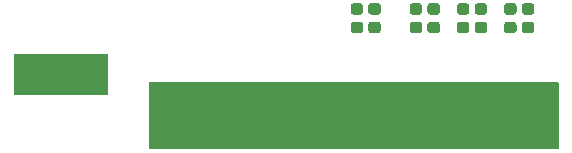
<source format=gbr>
G04 #@! TF.GenerationSoftware,KiCad,Pcbnew,8.0.4*
G04 #@! TF.CreationDate,2024-08-17T23:21:43-04:00*
G04 #@! TF.ProjectId,PCIexpress_x4_low,50434965-7870-4726-9573-735f78345f6c,rev?*
G04 #@! TF.SameCoordinates,Original*
G04 #@! TF.FileFunction,Soldermask,Bot*
G04 #@! TF.FilePolarity,Negative*
%FSLAX46Y46*%
G04 Gerber Fmt 4.6, Leading zero omitted, Abs format (unit mm)*
G04 Created by KiCad (PCBNEW 8.0.4) date 2024-08-17 23:21:43*
%MOMM*%
%LPD*%
G01*
G04 APERTURE LIST*
G04 APERTURE END LIST*
G36*
X143899854Y-188528075D02*
G01*
X143916572Y-188531629D01*
X143921249Y-188535027D01*
X143936717Y-188540053D01*
X143946276Y-188553210D01*
X143950956Y-188556610D01*
X143959504Y-188571416D01*
X143974861Y-188592553D01*
X143980000Y-188625000D01*
X143980000Y-194125000D01*
X143971922Y-194149860D01*
X143968370Y-194166572D01*
X143964973Y-194171246D01*
X143959947Y-194186717D01*
X143946787Y-194196277D01*
X143943389Y-194200956D01*
X143928586Y-194209501D01*
X143907447Y-194224861D01*
X143875000Y-194230000D01*
X143865163Y-194230000D01*
X109388139Y-194230000D01*
X109375000Y-194230000D01*
X109350141Y-194221922D01*
X109333427Y-194218370D01*
X109328751Y-194214972D01*
X109313283Y-194209947D01*
X109303723Y-194196789D01*
X109299043Y-194193389D01*
X109290493Y-194178580D01*
X109275139Y-194157447D01*
X109270000Y-194125000D01*
X109270000Y-188625000D01*
X109278075Y-188600147D01*
X109281629Y-188583427D01*
X109285027Y-188578748D01*
X109290053Y-188563283D01*
X109303208Y-188553724D01*
X109306610Y-188549043D01*
X109321423Y-188540490D01*
X109342553Y-188525139D01*
X109375000Y-188520000D01*
X143875000Y-188520000D01*
X143899854Y-188528075D01*
G37*
G36*
X105824056Y-186125000D02*
G01*
X105825000Y-186125000D01*
X105825000Y-186125406D01*
X105827890Y-186128742D01*
X105830000Y-186138437D01*
X105830000Y-189607026D01*
X105825000Y-189624053D01*
X105825000Y-189625000D01*
X105824593Y-189625000D01*
X105821257Y-189627890D01*
X105811562Y-189630000D01*
X97842973Y-189630000D01*
X97825946Y-189625000D01*
X97825000Y-189625000D01*
X97825000Y-189624594D01*
X97822109Y-189621257D01*
X97820000Y-189611562D01*
X97820000Y-186142973D01*
X97825000Y-186125942D01*
X97825000Y-186125000D01*
X97825405Y-186125000D01*
X97828742Y-186122109D01*
X97838438Y-186120000D01*
X105807027Y-186120000D01*
X105824056Y-186125000D01*
G37*
G36*
X127169694Y-183431646D02*
G01*
X127214126Y-183438684D01*
X127219923Y-183441637D01*
X127234479Y-183444533D01*
X127262973Y-183463572D01*
X127288887Y-183476776D01*
X127301278Y-183489167D01*
X127321992Y-183503008D01*
X127335832Y-183523721D01*
X127348223Y-183536112D01*
X127361425Y-183562023D01*
X127380467Y-183590521D01*
X127383362Y-183605078D01*
X127386315Y-183610873D01*
X127393349Y-183655284D01*
X127401000Y-183693750D01*
X127401000Y-184131250D01*
X127393348Y-184169718D01*
X127386315Y-184214126D01*
X127383362Y-184219919D01*
X127380467Y-184234479D01*
X127361423Y-184262979D01*
X127348223Y-184288887D01*
X127335834Y-184301275D01*
X127321992Y-184321992D01*
X127301275Y-184335834D01*
X127288887Y-184348223D01*
X127262979Y-184361423D01*
X127234479Y-184380467D01*
X127219919Y-184383362D01*
X127214126Y-184386315D01*
X127169718Y-184393348D01*
X127131250Y-184401000D01*
X126618750Y-184401000D01*
X126580284Y-184393349D01*
X126535873Y-184386315D01*
X126530078Y-184383362D01*
X126515521Y-184380467D01*
X126487023Y-184361425D01*
X126461112Y-184348223D01*
X126448721Y-184335832D01*
X126428008Y-184321992D01*
X126414167Y-184301278D01*
X126401776Y-184288887D01*
X126388572Y-184262973D01*
X126369533Y-184234479D01*
X126366637Y-184219923D01*
X126363684Y-184214126D01*
X126356646Y-184169694D01*
X126349000Y-184131250D01*
X126349000Y-183693750D01*
X126356646Y-183655309D01*
X126363684Y-183610873D01*
X126366638Y-183605075D01*
X126369533Y-183590521D01*
X126388570Y-183562029D01*
X126401776Y-183536112D01*
X126414169Y-183523718D01*
X126428008Y-183503008D01*
X126448718Y-183489169D01*
X126461112Y-183476776D01*
X126487029Y-183463570D01*
X126515521Y-183444533D01*
X126530075Y-183441638D01*
X126535873Y-183438684D01*
X126580309Y-183431646D01*
X126618750Y-183424000D01*
X127131250Y-183424000D01*
X127169694Y-183431646D01*
G37*
G36*
X128669694Y-183431646D02*
G01*
X128714126Y-183438684D01*
X128719923Y-183441637D01*
X128734479Y-183444533D01*
X128762973Y-183463572D01*
X128788887Y-183476776D01*
X128801278Y-183489167D01*
X128821992Y-183503008D01*
X128835832Y-183523721D01*
X128848223Y-183536112D01*
X128861425Y-183562023D01*
X128880467Y-183590521D01*
X128883362Y-183605078D01*
X128886315Y-183610873D01*
X128893349Y-183655284D01*
X128901000Y-183693750D01*
X128901000Y-184131250D01*
X128893348Y-184169718D01*
X128886315Y-184214126D01*
X128883362Y-184219919D01*
X128880467Y-184234479D01*
X128861423Y-184262979D01*
X128848223Y-184288887D01*
X128835834Y-184301275D01*
X128821992Y-184321992D01*
X128801275Y-184335834D01*
X128788887Y-184348223D01*
X128762979Y-184361423D01*
X128734479Y-184380467D01*
X128719919Y-184383362D01*
X128714126Y-184386315D01*
X128669718Y-184393348D01*
X128631250Y-184401000D01*
X128118750Y-184401000D01*
X128080284Y-184393349D01*
X128035873Y-184386315D01*
X128030078Y-184383362D01*
X128015521Y-184380467D01*
X127987023Y-184361425D01*
X127961112Y-184348223D01*
X127948721Y-184335832D01*
X127928008Y-184321992D01*
X127914167Y-184301278D01*
X127901776Y-184288887D01*
X127888572Y-184262973D01*
X127869533Y-184234479D01*
X127866637Y-184219923D01*
X127863684Y-184214126D01*
X127856646Y-184169694D01*
X127849000Y-184131250D01*
X127849000Y-183693750D01*
X127856646Y-183655309D01*
X127863684Y-183610873D01*
X127866638Y-183605075D01*
X127869533Y-183590521D01*
X127888570Y-183562029D01*
X127901776Y-183536112D01*
X127914169Y-183523718D01*
X127928008Y-183503008D01*
X127948718Y-183489169D01*
X127961112Y-183476776D01*
X127987029Y-183463570D01*
X128015521Y-183444533D01*
X128030075Y-183441638D01*
X128035873Y-183438684D01*
X128080309Y-183431646D01*
X128118750Y-183424000D01*
X128631250Y-183424000D01*
X128669694Y-183431646D01*
G37*
G36*
X132169694Y-183431646D02*
G01*
X132214126Y-183438684D01*
X132219923Y-183441637D01*
X132234479Y-183444533D01*
X132262973Y-183463572D01*
X132288887Y-183476776D01*
X132301278Y-183489167D01*
X132321992Y-183503008D01*
X132335832Y-183523721D01*
X132348223Y-183536112D01*
X132361425Y-183562023D01*
X132380467Y-183590521D01*
X132383362Y-183605078D01*
X132386315Y-183610873D01*
X132393349Y-183655284D01*
X132401000Y-183693750D01*
X132401000Y-184131250D01*
X132393348Y-184169718D01*
X132386315Y-184214126D01*
X132383362Y-184219919D01*
X132380467Y-184234479D01*
X132361423Y-184262979D01*
X132348223Y-184288887D01*
X132335834Y-184301275D01*
X132321992Y-184321992D01*
X132301275Y-184335834D01*
X132288887Y-184348223D01*
X132262979Y-184361423D01*
X132234479Y-184380467D01*
X132219919Y-184383362D01*
X132214126Y-184386315D01*
X132169718Y-184393348D01*
X132131250Y-184401000D01*
X131618750Y-184401000D01*
X131580284Y-184393349D01*
X131535873Y-184386315D01*
X131530078Y-184383362D01*
X131515521Y-184380467D01*
X131487023Y-184361425D01*
X131461112Y-184348223D01*
X131448721Y-184335832D01*
X131428008Y-184321992D01*
X131414167Y-184301278D01*
X131401776Y-184288887D01*
X131388572Y-184262973D01*
X131369533Y-184234479D01*
X131366637Y-184219923D01*
X131363684Y-184214126D01*
X131356646Y-184169694D01*
X131349000Y-184131250D01*
X131349000Y-183693750D01*
X131356646Y-183655309D01*
X131363684Y-183610873D01*
X131366638Y-183605075D01*
X131369533Y-183590521D01*
X131388570Y-183562029D01*
X131401776Y-183536112D01*
X131414169Y-183523718D01*
X131428008Y-183503008D01*
X131448718Y-183489169D01*
X131461112Y-183476776D01*
X131487029Y-183463570D01*
X131515521Y-183444533D01*
X131530075Y-183441638D01*
X131535873Y-183438684D01*
X131580309Y-183431646D01*
X131618750Y-183424000D01*
X132131250Y-183424000D01*
X132169694Y-183431646D01*
G37*
G36*
X133669694Y-183431646D02*
G01*
X133714126Y-183438684D01*
X133719923Y-183441637D01*
X133734479Y-183444533D01*
X133762973Y-183463572D01*
X133788887Y-183476776D01*
X133801278Y-183489167D01*
X133821992Y-183503008D01*
X133835832Y-183523721D01*
X133848223Y-183536112D01*
X133861425Y-183562023D01*
X133880467Y-183590521D01*
X133883362Y-183605078D01*
X133886315Y-183610873D01*
X133893349Y-183655284D01*
X133901000Y-183693750D01*
X133901000Y-184131250D01*
X133893348Y-184169718D01*
X133886315Y-184214126D01*
X133883362Y-184219919D01*
X133880467Y-184234479D01*
X133861423Y-184262979D01*
X133848223Y-184288887D01*
X133835834Y-184301275D01*
X133821992Y-184321992D01*
X133801275Y-184335834D01*
X133788887Y-184348223D01*
X133762979Y-184361423D01*
X133734479Y-184380467D01*
X133719919Y-184383362D01*
X133714126Y-184386315D01*
X133669718Y-184393348D01*
X133631250Y-184401000D01*
X133118750Y-184401000D01*
X133080284Y-184393349D01*
X133035873Y-184386315D01*
X133030078Y-184383362D01*
X133015521Y-184380467D01*
X132987023Y-184361425D01*
X132961112Y-184348223D01*
X132948721Y-184335832D01*
X132928008Y-184321992D01*
X132914167Y-184301278D01*
X132901776Y-184288887D01*
X132888572Y-184262973D01*
X132869533Y-184234479D01*
X132866637Y-184219923D01*
X132863684Y-184214126D01*
X132856646Y-184169694D01*
X132849000Y-184131250D01*
X132849000Y-183693750D01*
X132856646Y-183655309D01*
X132863684Y-183610873D01*
X132866638Y-183605075D01*
X132869533Y-183590521D01*
X132888570Y-183562029D01*
X132901776Y-183536112D01*
X132914169Y-183523718D01*
X132928008Y-183503008D01*
X132948718Y-183489169D01*
X132961112Y-183476776D01*
X132987029Y-183463570D01*
X133015521Y-183444533D01*
X133030075Y-183441638D01*
X133035873Y-183438684D01*
X133080309Y-183431646D01*
X133118750Y-183424000D01*
X133631250Y-183424000D01*
X133669694Y-183431646D01*
G37*
G36*
X136169694Y-183431646D02*
G01*
X136214126Y-183438684D01*
X136219923Y-183441637D01*
X136234479Y-183444533D01*
X136262973Y-183463572D01*
X136288887Y-183476776D01*
X136301278Y-183489167D01*
X136321992Y-183503008D01*
X136335832Y-183523721D01*
X136348223Y-183536112D01*
X136361425Y-183562023D01*
X136380467Y-183590521D01*
X136383362Y-183605078D01*
X136386315Y-183610873D01*
X136393349Y-183655284D01*
X136401000Y-183693750D01*
X136401000Y-184131250D01*
X136393348Y-184169718D01*
X136386315Y-184214126D01*
X136383362Y-184219919D01*
X136380467Y-184234479D01*
X136361423Y-184262979D01*
X136348223Y-184288887D01*
X136335834Y-184301275D01*
X136321992Y-184321992D01*
X136301275Y-184335834D01*
X136288887Y-184348223D01*
X136262979Y-184361423D01*
X136234479Y-184380467D01*
X136219919Y-184383362D01*
X136214126Y-184386315D01*
X136169718Y-184393348D01*
X136131250Y-184401000D01*
X135618750Y-184401000D01*
X135580284Y-184393349D01*
X135535873Y-184386315D01*
X135530078Y-184383362D01*
X135515521Y-184380467D01*
X135487023Y-184361425D01*
X135461112Y-184348223D01*
X135448721Y-184335832D01*
X135428008Y-184321992D01*
X135414167Y-184301278D01*
X135401776Y-184288887D01*
X135388572Y-184262973D01*
X135369533Y-184234479D01*
X135366637Y-184219923D01*
X135363684Y-184214126D01*
X135356646Y-184169694D01*
X135349000Y-184131250D01*
X135349000Y-183693750D01*
X135356646Y-183655309D01*
X135363684Y-183610873D01*
X135366638Y-183605075D01*
X135369533Y-183590521D01*
X135388570Y-183562029D01*
X135401776Y-183536112D01*
X135414169Y-183523718D01*
X135428008Y-183503008D01*
X135448718Y-183489169D01*
X135461112Y-183476776D01*
X135487029Y-183463570D01*
X135515521Y-183444533D01*
X135530075Y-183441638D01*
X135535873Y-183438684D01*
X135580309Y-183431646D01*
X135618750Y-183424000D01*
X136131250Y-183424000D01*
X136169694Y-183431646D01*
G37*
G36*
X137669694Y-183431646D02*
G01*
X137714126Y-183438684D01*
X137719923Y-183441637D01*
X137734479Y-183444533D01*
X137762973Y-183463572D01*
X137788887Y-183476776D01*
X137801278Y-183489167D01*
X137821992Y-183503008D01*
X137835832Y-183523721D01*
X137848223Y-183536112D01*
X137861425Y-183562023D01*
X137880467Y-183590521D01*
X137883362Y-183605078D01*
X137886315Y-183610873D01*
X137893349Y-183655284D01*
X137901000Y-183693750D01*
X137901000Y-184131250D01*
X137893348Y-184169718D01*
X137886315Y-184214126D01*
X137883362Y-184219919D01*
X137880467Y-184234479D01*
X137861423Y-184262979D01*
X137848223Y-184288887D01*
X137835834Y-184301275D01*
X137821992Y-184321992D01*
X137801275Y-184335834D01*
X137788887Y-184348223D01*
X137762979Y-184361423D01*
X137734479Y-184380467D01*
X137719919Y-184383362D01*
X137714126Y-184386315D01*
X137669718Y-184393348D01*
X137631250Y-184401000D01*
X137118750Y-184401000D01*
X137080284Y-184393349D01*
X137035873Y-184386315D01*
X137030078Y-184383362D01*
X137015521Y-184380467D01*
X136987023Y-184361425D01*
X136961112Y-184348223D01*
X136948721Y-184335832D01*
X136928008Y-184321992D01*
X136914167Y-184301278D01*
X136901776Y-184288887D01*
X136888572Y-184262973D01*
X136869533Y-184234479D01*
X136866637Y-184219923D01*
X136863684Y-184214126D01*
X136856646Y-184169694D01*
X136849000Y-184131250D01*
X136849000Y-183693750D01*
X136856646Y-183655309D01*
X136863684Y-183610873D01*
X136866638Y-183605075D01*
X136869533Y-183590521D01*
X136888570Y-183562029D01*
X136901776Y-183536112D01*
X136914169Y-183523718D01*
X136928008Y-183503008D01*
X136948718Y-183489169D01*
X136961112Y-183476776D01*
X136987029Y-183463570D01*
X137015521Y-183444533D01*
X137030075Y-183441638D01*
X137035873Y-183438684D01*
X137080309Y-183431646D01*
X137118750Y-183424000D01*
X137631250Y-183424000D01*
X137669694Y-183431646D01*
G37*
G36*
X140169694Y-183431646D02*
G01*
X140214126Y-183438684D01*
X140219923Y-183441637D01*
X140234479Y-183444533D01*
X140262973Y-183463572D01*
X140288887Y-183476776D01*
X140301278Y-183489167D01*
X140321992Y-183503008D01*
X140335832Y-183523721D01*
X140348223Y-183536112D01*
X140361425Y-183562023D01*
X140380467Y-183590521D01*
X140383362Y-183605078D01*
X140386315Y-183610873D01*
X140393349Y-183655284D01*
X140401000Y-183693750D01*
X140401000Y-184131250D01*
X140393348Y-184169718D01*
X140386315Y-184214126D01*
X140383362Y-184219919D01*
X140380467Y-184234479D01*
X140361423Y-184262979D01*
X140348223Y-184288887D01*
X140335834Y-184301275D01*
X140321992Y-184321992D01*
X140301275Y-184335834D01*
X140288887Y-184348223D01*
X140262979Y-184361423D01*
X140234479Y-184380467D01*
X140219919Y-184383362D01*
X140214126Y-184386315D01*
X140169718Y-184393348D01*
X140131250Y-184401000D01*
X139618750Y-184401000D01*
X139580284Y-184393349D01*
X139535873Y-184386315D01*
X139530078Y-184383362D01*
X139515521Y-184380467D01*
X139487023Y-184361425D01*
X139461112Y-184348223D01*
X139448721Y-184335832D01*
X139428008Y-184321992D01*
X139414167Y-184301278D01*
X139401776Y-184288887D01*
X139388572Y-184262973D01*
X139369533Y-184234479D01*
X139366637Y-184219923D01*
X139363684Y-184214126D01*
X139356646Y-184169694D01*
X139349000Y-184131250D01*
X139349000Y-183693750D01*
X139356646Y-183655309D01*
X139363684Y-183610873D01*
X139366638Y-183605075D01*
X139369533Y-183590521D01*
X139388570Y-183562029D01*
X139401776Y-183536112D01*
X139414169Y-183523718D01*
X139428008Y-183503008D01*
X139448718Y-183489169D01*
X139461112Y-183476776D01*
X139487029Y-183463570D01*
X139515521Y-183444533D01*
X139530075Y-183441638D01*
X139535873Y-183438684D01*
X139580309Y-183431646D01*
X139618750Y-183424000D01*
X140131250Y-183424000D01*
X140169694Y-183431646D01*
G37*
G36*
X141669694Y-183431646D02*
G01*
X141714126Y-183438684D01*
X141719923Y-183441637D01*
X141734479Y-183444533D01*
X141762973Y-183463572D01*
X141788887Y-183476776D01*
X141801278Y-183489167D01*
X141821992Y-183503008D01*
X141835832Y-183523721D01*
X141848223Y-183536112D01*
X141861425Y-183562023D01*
X141880467Y-183590521D01*
X141883362Y-183605078D01*
X141886315Y-183610873D01*
X141893349Y-183655284D01*
X141901000Y-183693750D01*
X141901000Y-184131250D01*
X141893348Y-184169718D01*
X141886315Y-184214126D01*
X141883362Y-184219919D01*
X141880467Y-184234479D01*
X141861423Y-184262979D01*
X141848223Y-184288887D01*
X141835834Y-184301275D01*
X141821992Y-184321992D01*
X141801275Y-184335834D01*
X141788887Y-184348223D01*
X141762979Y-184361423D01*
X141734479Y-184380467D01*
X141719919Y-184383362D01*
X141714126Y-184386315D01*
X141669718Y-184393348D01*
X141631250Y-184401000D01*
X141118750Y-184401000D01*
X141080284Y-184393349D01*
X141035873Y-184386315D01*
X141030078Y-184383362D01*
X141015521Y-184380467D01*
X140987023Y-184361425D01*
X140961112Y-184348223D01*
X140948721Y-184335832D01*
X140928008Y-184321992D01*
X140914167Y-184301278D01*
X140901776Y-184288887D01*
X140888572Y-184262973D01*
X140869533Y-184234479D01*
X140866637Y-184219923D01*
X140863684Y-184214126D01*
X140856646Y-184169694D01*
X140849000Y-184131250D01*
X140849000Y-183693750D01*
X140856646Y-183655309D01*
X140863684Y-183610873D01*
X140866638Y-183605075D01*
X140869533Y-183590521D01*
X140888570Y-183562029D01*
X140901776Y-183536112D01*
X140914169Y-183523718D01*
X140928008Y-183503008D01*
X140948718Y-183489169D01*
X140961112Y-183476776D01*
X140987029Y-183463570D01*
X141015521Y-183444533D01*
X141030075Y-183441638D01*
X141035873Y-183438684D01*
X141080309Y-183431646D01*
X141118750Y-183424000D01*
X141631250Y-183424000D01*
X141669694Y-183431646D01*
G37*
G36*
X127169694Y-181856646D02*
G01*
X127214126Y-181863684D01*
X127219923Y-181866637D01*
X127234479Y-181869533D01*
X127262973Y-181888572D01*
X127288887Y-181901776D01*
X127301278Y-181914167D01*
X127321992Y-181928008D01*
X127335832Y-181948721D01*
X127348223Y-181961112D01*
X127361425Y-181987023D01*
X127380467Y-182015521D01*
X127383362Y-182030078D01*
X127386315Y-182035873D01*
X127393349Y-182080284D01*
X127401000Y-182118750D01*
X127401000Y-182556250D01*
X127393348Y-182594718D01*
X127386315Y-182639126D01*
X127383362Y-182644919D01*
X127380467Y-182659479D01*
X127361423Y-182687979D01*
X127348223Y-182713887D01*
X127335834Y-182726275D01*
X127321992Y-182746992D01*
X127301275Y-182760834D01*
X127288887Y-182773223D01*
X127262979Y-182786423D01*
X127234479Y-182805467D01*
X127219919Y-182808362D01*
X127214126Y-182811315D01*
X127169718Y-182818348D01*
X127131250Y-182826000D01*
X126618750Y-182826000D01*
X126580284Y-182818349D01*
X126535873Y-182811315D01*
X126530078Y-182808362D01*
X126515521Y-182805467D01*
X126487023Y-182786425D01*
X126461112Y-182773223D01*
X126448721Y-182760832D01*
X126428008Y-182746992D01*
X126414167Y-182726278D01*
X126401776Y-182713887D01*
X126388572Y-182687973D01*
X126369533Y-182659479D01*
X126366637Y-182644923D01*
X126363684Y-182639126D01*
X126356646Y-182594694D01*
X126349000Y-182556250D01*
X126349000Y-182118750D01*
X126356646Y-182080309D01*
X126363684Y-182035873D01*
X126366638Y-182030075D01*
X126369533Y-182015521D01*
X126388570Y-181987029D01*
X126401776Y-181961112D01*
X126414169Y-181948718D01*
X126428008Y-181928008D01*
X126448718Y-181914169D01*
X126461112Y-181901776D01*
X126487029Y-181888570D01*
X126515521Y-181869533D01*
X126530075Y-181866638D01*
X126535873Y-181863684D01*
X126580309Y-181856646D01*
X126618750Y-181849000D01*
X127131250Y-181849000D01*
X127169694Y-181856646D01*
G37*
G36*
X128669694Y-181856646D02*
G01*
X128714126Y-181863684D01*
X128719923Y-181866637D01*
X128734479Y-181869533D01*
X128762973Y-181888572D01*
X128788887Y-181901776D01*
X128801278Y-181914167D01*
X128821992Y-181928008D01*
X128835832Y-181948721D01*
X128848223Y-181961112D01*
X128861425Y-181987023D01*
X128880467Y-182015521D01*
X128883362Y-182030078D01*
X128886315Y-182035873D01*
X128893349Y-182080284D01*
X128901000Y-182118750D01*
X128901000Y-182556250D01*
X128893348Y-182594718D01*
X128886315Y-182639126D01*
X128883362Y-182644919D01*
X128880467Y-182659479D01*
X128861423Y-182687979D01*
X128848223Y-182713887D01*
X128835834Y-182726275D01*
X128821992Y-182746992D01*
X128801275Y-182760834D01*
X128788887Y-182773223D01*
X128762979Y-182786423D01*
X128734479Y-182805467D01*
X128719919Y-182808362D01*
X128714126Y-182811315D01*
X128669718Y-182818348D01*
X128631250Y-182826000D01*
X128118750Y-182826000D01*
X128080284Y-182818349D01*
X128035873Y-182811315D01*
X128030078Y-182808362D01*
X128015521Y-182805467D01*
X127987023Y-182786425D01*
X127961112Y-182773223D01*
X127948721Y-182760832D01*
X127928008Y-182746992D01*
X127914167Y-182726278D01*
X127901776Y-182713887D01*
X127888572Y-182687973D01*
X127869533Y-182659479D01*
X127866637Y-182644923D01*
X127863684Y-182639126D01*
X127856646Y-182594694D01*
X127849000Y-182556250D01*
X127849000Y-182118750D01*
X127856646Y-182080309D01*
X127863684Y-182035873D01*
X127866638Y-182030075D01*
X127869533Y-182015521D01*
X127888570Y-181987029D01*
X127901776Y-181961112D01*
X127914169Y-181948718D01*
X127928008Y-181928008D01*
X127948718Y-181914169D01*
X127961112Y-181901776D01*
X127987029Y-181888570D01*
X128015521Y-181869533D01*
X128030075Y-181866638D01*
X128035873Y-181863684D01*
X128080309Y-181856646D01*
X128118750Y-181849000D01*
X128631250Y-181849000D01*
X128669694Y-181856646D01*
G37*
G36*
X132169694Y-181856646D02*
G01*
X132214126Y-181863684D01*
X132219923Y-181866637D01*
X132234479Y-181869533D01*
X132262973Y-181888572D01*
X132288887Y-181901776D01*
X132301278Y-181914167D01*
X132321992Y-181928008D01*
X132335832Y-181948721D01*
X132348223Y-181961112D01*
X132361425Y-181987023D01*
X132380467Y-182015521D01*
X132383362Y-182030078D01*
X132386315Y-182035873D01*
X132393349Y-182080284D01*
X132401000Y-182118750D01*
X132401000Y-182556250D01*
X132393348Y-182594718D01*
X132386315Y-182639126D01*
X132383362Y-182644919D01*
X132380467Y-182659479D01*
X132361423Y-182687979D01*
X132348223Y-182713887D01*
X132335834Y-182726275D01*
X132321992Y-182746992D01*
X132301275Y-182760834D01*
X132288887Y-182773223D01*
X132262979Y-182786423D01*
X132234479Y-182805467D01*
X132219919Y-182808362D01*
X132214126Y-182811315D01*
X132169718Y-182818348D01*
X132131250Y-182826000D01*
X131618750Y-182826000D01*
X131580284Y-182818349D01*
X131535873Y-182811315D01*
X131530078Y-182808362D01*
X131515521Y-182805467D01*
X131487023Y-182786425D01*
X131461112Y-182773223D01*
X131448721Y-182760832D01*
X131428008Y-182746992D01*
X131414167Y-182726278D01*
X131401776Y-182713887D01*
X131388572Y-182687973D01*
X131369533Y-182659479D01*
X131366637Y-182644923D01*
X131363684Y-182639126D01*
X131356646Y-182594694D01*
X131349000Y-182556250D01*
X131349000Y-182118750D01*
X131356646Y-182080309D01*
X131363684Y-182035873D01*
X131366638Y-182030075D01*
X131369533Y-182015521D01*
X131388570Y-181987029D01*
X131401776Y-181961112D01*
X131414169Y-181948718D01*
X131428008Y-181928008D01*
X131448718Y-181914169D01*
X131461112Y-181901776D01*
X131487029Y-181888570D01*
X131515521Y-181869533D01*
X131530075Y-181866638D01*
X131535873Y-181863684D01*
X131580309Y-181856646D01*
X131618750Y-181849000D01*
X132131250Y-181849000D01*
X132169694Y-181856646D01*
G37*
G36*
X133669694Y-181856646D02*
G01*
X133714126Y-181863684D01*
X133719923Y-181866637D01*
X133734479Y-181869533D01*
X133762973Y-181888572D01*
X133788887Y-181901776D01*
X133801278Y-181914167D01*
X133821992Y-181928008D01*
X133835832Y-181948721D01*
X133848223Y-181961112D01*
X133861425Y-181987023D01*
X133880467Y-182015521D01*
X133883362Y-182030078D01*
X133886315Y-182035873D01*
X133893349Y-182080284D01*
X133901000Y-182118750D01*
X133901000Y-182556250D01*
X133893348Y-182594718D01*
X133886315Y-182639126D01*
X133883362Y-182644919D01*
X133880467Y-182659479D01*
X133861423Y-182687979D01*
X133848223Y-182713887D01*
X133835834Y-182726275D01*
X133821992Y-182746992D01*
X133801275Y-182760834D01*
X133788887Y-182773223D01*
X133762979Y-182786423D01*
X133734479Y-182805467D01*
X133719919Y-182808362D01*
X133714126Y-182811315D01*
X133669718Y-182818348D01*
X133631250Y-182826000D01*
X133118750Y-182826000D01*
X133080284Y-182818349D01*
X133035873Y-182811315D01*
X133030078Y-182808362D01*
X133015521Y-182805467D01*
X132987023Y-182786425D01*
X132961112Y-182773223D01*
X132948721Y-182760832D01*
X132928008Y-182746992D01*
X132914167Y-182726278D01*
X132901776Y-182713887D01*
X132888572Y-182687973D01*
X132869533Y-182659479D01*
X132866637Y-182644923D01*
X132863684Y-182639126D01*
X132856646Y-182594694D01*
X132849000Y-182556250D01*
X132849000Y-182118750D01*
X132856646Y-182080309D01*
X132863684Y-182035873D01*
X132866638Y-182030075D01*
X132869533Y-182015521D01*
X132888570Y-181987029D01*
X132901776Y-181961112D01*
X132914169Y-181948718D01*
X132928008Y-181928008D01*
X132948718Y-181914169D01*
X132961112Y-181901776D01*
X132987029Y-181888570D01*
X133015521Y-181869533D01*
X133030075Y-181866638D01*
X133035873Y-181863684D01*
X133080309Y-181856646D01*
X133118750Y-181849000D01*
X133631250Y-181849000D01*
X133669694Y-181856646D01*
G37*
G36*
X136169694Y-181856646D02*
G01*
X136214126Y-181863684D01*
X136219923Y-181866637D01*
X136234479Y-181869533D01*
X136262973Y-181888572D01*
X136288887Y-181901776D01*
X136301278Y-181914167D01*
X136321992Y-181928008D01*
X136335832Y-181948721D01*
X136348223Y-181961112D01*
X136361425Y-181987023D01*
X136380467Y-182015521D01*
X136383362Y-182030078D01*
X136386315Y-182035873D01*
X136393349Y-182080284D01*
X136401000Y-182118750D01*
X136401000Y-182556250D01*
X136393348Y-182594718D01*
X136386315Y-182639126D01*
X136383362Y-182644919D01*
X136380467Y-182659479D01*
X136361423Y-182687979D01*
X136348223Y-182713887D01*
X136335834Y-182726275D01*
X136321992Y-182746992D01*
X136301275Y-182760834D01*
X136288887Y-182773223D01*
X136262979Y-182786423D01*
X136234479Y-182805467D01*
X136219919Y-182808362D01*
X136214126Y-182811315D01*
X136169718Y-182818348D01*
X136131250Y-182826000D01*
X135618750Y-182826000D01*
X135580284Y-182818349D01*
X135535873Y-182811315D01*
X135530078Y-182808362D01*
X135515521Y-182805467D01*
X135487023Y-182786425D01*
X135461112Y-182773223D01*
X135448721Y-182760832D01*
X135428008Y-182746992D01*
X135414167Y-182726278D01*
X135401776Y-182713887D01*
X135388572Y-182687973D01*
X135369533Y-182659479D01*
X135366637Y-182644923D01*
X135363684Y-182639126D01*
X135356646Y-182594694D01*
X135349000Y-182556250D01*
X135349000Y-182118750D01*
X135356646Y-182080309D01*
X135363684Y-182035873D01*
X135366638Y-182030075D01*
X135369533Y-182015521D01*
X135388570Y-181987029D01*
X135401776Y-181961112D01*
X135414169Y-181948718D01*
X135428008Y-181928008D01*
X135448718Y-181914169D01*
X135461112Y-181901776D01*
X135487029Y-181888570D01*
X135515521Y-181869533D01*
X135530075Y-181866638D01*
X135535873Y-181863684D01*
X135580309Y-181856646D01*
X135618750Y-181849000D01*
X136131250Y-181849000D01*
X136169694Y-181856646D01*
G37*
G36*
X137669694Y-181856646D02*
G01*
X137714126Y-181863684D01*
X137719923Y-181866637D01*
X137734479Y-181869533D01*
X137762973Y-181888572D01*
X137788887Y-181901776D01*
X137801278Y-181914167D01*
X137821992Y-181928008D01*
X137835832Y-181948721D01*
X137848223Y-181961112D01*
X137861425Y-181987023D01*
X137880467Y-182015521D01*
X137883362Y-182030078D01*
X137886315Y-182035873D01*
X137893349Y-182080284D01*
X137901000Y-182118750D01*
X137901000Y-182556250D01*
X137893348Y-182594718D01*
X137886315Y-182639126D01*
X137883362Y-182644919D01*
X137880467Y-182659479D01*
X137861423Y-182687979D01*
X137848223Y-182713887D01*
X137835834Y-182726275D01*
X137821992Y-182746992D01*
X137801275Y-182760834D01*
X137788887Y-182773223D01*
X137762979Y-182786423D01*
X137734479Y-182805467D01*
X137719919Y-182808362D01*
X137714126Y-182811315D01*
X137669718Y-182818348D01*
X137631250Y-182826000D01*
X137118750Y-182826000D01*
X137080284Y-182818349D01*
X137035873Y-182811315D01*
X137030078Y-182808362D01*
X137015521Y-182805467D01*
X136987023Y-182786425D01*
X136961112Y-182773223D01*
X136948721Y-182760832D01*
X136928008Y-182746992D01*
X136914167Y-182726278D01*
X136901776Y-182713887D01*
X136888572Y-182687973D01*
X136869533Y-182659479D01*
X136866637Y-182644923D01*
X136863684Y-182639126D01*
X136856646Y-182594694D01*
X136849000Y-182556250D01*
X136849000Y-182118750D01*
X136856646Y-182080309D01*
X136863684Y-182035873D01*
X136866638Y-182030075D01*
X136869533Y-182015521D01*
X136888570Y-181987029D01*
X136901776Y-181961112D01*
X136914169Y-181948718D01*
X136928008Y-181928008D01*
X136948718Y-181914169D01*
X136961112Y-181901776D01*
X136987029Y-181888570D01*
X137015521Y-181869533D01*
X137030075Y-181866638D01*
X137035873Y-181863684D01*
X137080309Y-181856646D01*
X137118750Y-181849000D01*
X137631250Y-181849000D01*
X137669694Y-181856646D01*
G37*
G36*
X140169694Y-181856646D02*
G01*
X140214126Y-181863684D01*
X140219923Y-181866637D01*
X140234479Y-181869533D01*
X140262973Y-181888572D01*
X140288887Y-181901776D01*
X140301278Y-181914167D01*
X140321992Y-181928008D01*
X140335832Y-181948721D01*
X140348223Y-181961112D01*
X140361425Y-181987023D01*
X140380467Y-182015521D01*
X140383362Y-182030078D01*
X140386315Y-182035873D01*
X140393349Y-182080284D01*
X140401000Y-182118750D01*
X140401000Y-182556250D01*
X140393348Y-182594718D01*
X140386315Y-182639126D01*
X140383362Y-182644919D01*
X140380467Y-182659479D01*
X140361423Y-182687979D01*
X140348223Y-182713887D01*
X140335834Y-182726275D01*
X140321992Y-182746992D01*
X140301275Y-182760834D01*
X140288887Y-182773223D01*
X140262979Y-182786423D01*
X140234479Y-182805467D01*
X140219919Y-182808362D01*
X140214126Y-182811315D01*
X140169718Y-182818348D01*
X140131250Y-182826000D01*
X139618750Y-182826000D01*
X139580284Y-182818349D01*
X139535873Y-182811315D01*
X139530078Y-182808362D01*
X139515521Y-182805467D01*
X139487023Y-182786425D01*
X139461112Y-182773223D01*
X139448721Y-182760832D01*
X139428008Y-182746992D01*
X139414167Y-182726278D01*
X139401776Y-182713887D01*
X139388572Y-182687973D01*
X139369533Y-182659479D01*
X139366637Y-182644923D01*
X139363684Y-182639126D01*
X139356646Y-182594694D01*
X139349000Y-182556250D01*
X139349000Y-182118750D01*
X139356646Y-182080309D01*
X139363684Y-182035873D01*
X139366638Y-182030075D01*
X139369533Y-182015521D01*
X139388570Y-181987029D01*
X139401776Y-181961112D01*
X139414169Y-181948718D01*
X139428008Y-181928008D01*
X139448718Y-181914169D01*
X139461112Y-181901776D01*
X139487029Y-181888570D01*
X139515521Y-181869533D01*
X139530075Y-181866638D01*
X139535873Y-181863684D01*
X139580309Y-181856646D01*
X139618750Y-181849000D01*
X140131250Y-181849000D01*
X140169694Y-181856646D01*
G37*
G36*
X141669694Y-181856646D02*
G01*
X141714126Y-181863684D01*
X141719923Y-181866637D01*
X141734479Y-181869533D01*
X141762973Y-181888572D01*
X141788887Y-181901776D01*
X141801278Y-181914167D01*
X141821992Y-181928008D01*
X141835832Y-181948721D01*
X141848223Y-181961112D01*
X141861425Y-181987023D01*
X141880467Y-182015521D01*
X141883362Y-182030078D01*
X141886315Y-182035873D01*
X141893349Y-182080284D01*
X141901000Y-182118750D01*
X141901000Y-182556250D01*
X141893348Y-182594718D01*
X141886315Y-182639126D01*
X141883362Y-182644919D01*
X141880467Y-182659479D01*
X141861423Y-182687979D01*
X141848223Y-182713887D01*
X141835834Y-182726275D01*
X141821992Y-182746992D01*
X141801275Y-182760834D01*
X141788887Y-182773223D01*
X141762979Y-182786423D01*
X141734479Y-182805467D01*
X141719919Y-182808362D01*
X141714126Y-182811315D01*
X141669718Y-182818348D01*
X141631250Y-182826000D01*
X141118750Y-182826000D01*
X141080284Y-182818349D01*
X141035873Y-182811315D01*
X141030078Y-182808362D01*
X141015521Y-182805467D01*
X140987023Y-182786425D01*
X140961112Y-182773223D01*
X140948721Y-182760832D01*
X140928008Y-182746992D01*
X140914167Y-182726278D01*
X140901776Y-182713887D01*
X140888572Y-182687973D01*
X140869533Y-182659479D01*
X140866637Y-182644923D01*
X140863684Y-182639126D01*
X140856646Y-182594694D01*
X140849000Y-182556250D01*
X140849000Y-182118750D01*
X140856646Y-182080309D01*
X140863684Y-182035873D01*
X140866638Y-182030075D01*
X140869533Y-182015521D01*
X140888570Y-181987029D01*
X140901776Y-181961112D01*
X140914169Y-181948718D01*
X140928008Y-181928008D01*
X140948718Y-181914169D01*
X140961112Y-181901776D01*
X140987029Y-181888570D01*
X141015521Y-181869533D01*
X141030075Y-181866638D01*
X141035873Y-181863684D01*
X141080309Y-181856646D01*
X141118750Y-181849000D01*
X141631250Y-181849000D01*
X141669694Y-181856646D01*
G37*
M02*

</source>
